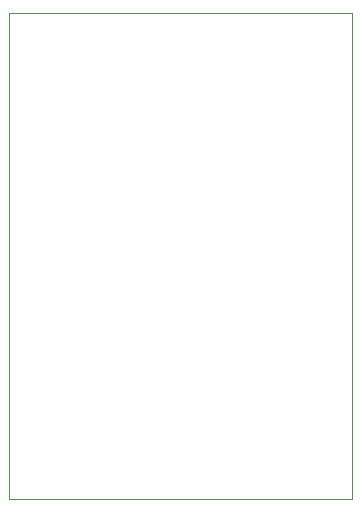
<source format=gbr>
G04 #@! TF.FileFunction,Profile,NP*
%FSLAX46Y46*%
G04 Gerber Fmt 4.6, Leading zero omitted, Abs format (unit mm)*
G04 Created by KiCad (PCBNEW 4.0.4-stable) date Wednesday, May 10, 2017 'PMt' 03:49:53 PM*
%MOMM*%
%LPD*%
G01*
G04 APERTURE LIST*
%ADD10C,0.100000*%
G04 APERTURE END LIST*
D10*
X32105600Y-28473400D02*
X32105600Y-69634100D01*
X61137800Y-69634100D02*
X61137800Y-28473400D01*
X32105600Y-69634100D02*
X61137800Y-69634100D01*
X32105600Y-28473400D02*
X61137800Y-28473400D01*
M02*

</source>
